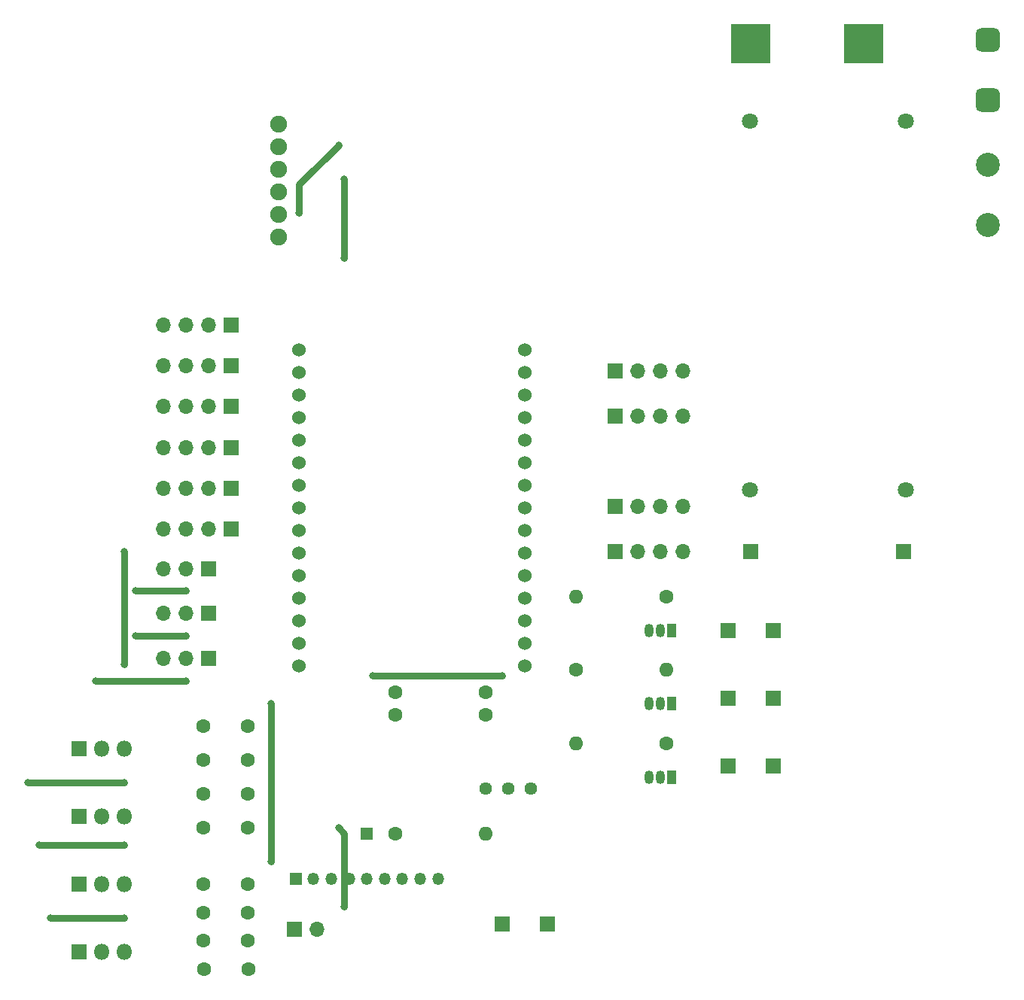
<source format=gbr>
G04 #@! TF.GenerationSoftware,KiCad,Pcbnew,7.0.6*
G04 #@! TF.CreationDate,2023-11-21T10:42:39+01:00*
G04 #@! TF.ProjectId,Mechatron_01,4d656368-6174-4726-9f6e-5f30312e6b69,rev?*
G04 #@! TF.SameCoordinates,Original*
G04 #@! TF.FileFunction,Copper,L1,Top*
G04 #@! TF.FilePolarity,Positive*
%FSLAX46Y46*%
G04 Gerber Fmt 4.6, Leading zero omitted, Abs format (unit mm)*
G04 Created by KiCad (PCBNEW 7.0.6) date 2023-11-21 10:42:39*
%MOMM*%
%LPD*%
G01*
G04 APERTURE LIST*
G04 Aperture macros list*
%AMRoundRect*
0 Rectangle with rounded corners*
0 $1 Rounding radius*
0 $2 $3 $4 $5 $6 $7 $8 $9 X,Y pos of 4 corners*
0 Add a 4 corners polygon primitive as box body*
4,1,4,$2,$3,$4,$5,$6,$7,$8,$9,$2,$3,0*
0 Add four circle primitives for the rounded corners*
1,1,$1+$1,$2,$3*
1,1,$1+$1,$4,$5*
1,1,$1+$1,$6,$7*
1,1,$1+$1,$8,$9*
0 Add four rect primitives between the rounded corners*
20,1,$1+$1,$2,$3,$4,$5,0*
20,1,$1+$1,$4,$5,$6,$7,0*
20,1,$1+$1,$6,$7,$8,$9,0*
20,1,$1+$1,$8,$9,$2,$3,0*%
G04 Aperture macros list end*
G04 #@! TA.AperFunction,ComponentPad*
%ADD10O,1.600000X1.600000*%
G04 #@! TD*
G04 #@! TA.AperFunction,ComponentPad*
%ADD11C,1.600000*%
G04 #@! TD*
G04 #@! TA.AperFunction,ComponentPad*
%ADD12R,1.050000X1.500000*%
G04 #@! TD*
G04 #@! TA.AperFunction,ComponentPad*
%ADD13O,1.050000X1.500000*%
G04 #@! TD*
G04 #@! TA.AperFunction,ComponentPad*
%ADD14R,1.700000X1.700000*%
G04 #@! TD*
G04 #@! TA.AperFunction,ComponentPad*
%ADD15O,1.700000X1.700000*%
G04 #@! TD*
G04 #@! TA.AperFunction,ComponentPad*
%ADD16R,1.800000X1.800000*%
G04 #@! TD*
G04 #@! TA.AperFunction,ComponentPad*
%ADD17O,1.800000X1.800000*%
G04 #@! TD*
G04 #@! TA.AperFunction,ComponentPad*
%ADD18R,4.500000X4.500000*%
G04 #@! TD*
G04 #@! TA.AperFunction,ComponentPad*
%ADD19C,1.524000*%
G04 #@! TD*
G04 #@! TA.AperFunction,ComponentPad*
%ADD20C,1.800000*%
G04 #@! TD*
G04 #@! TA.AperFunction,ComponentPad*
%ADD21RoundRect,0.675000X-0.675000X0.675000X-0.675000X-0.675000X0.675000X-0.675000X0.675000X0.675000X0*%
G04 #@! TD*
G04 #@! TA.AperFunction,ComponentPad*
%ADD22C,2.700000*%
G04 #@! TD*
G04 #@! TA.AperFunction,ComponentPad*
%ADD23R,1.350000X1.350000*%
G04 #@! TD*
G04 #@! TA.AperFunction,ComponentPad*
%ADD24O,1.350000X1.350000*%
G04 #@! TD*
G04 #@! TA.AperFunction,ComponentPad*
%ADD25C,1.440000*%
G04 #@! TD*
G04 #@! TA.AperFunction,ComponentPad*
%ADD26C,1.900000*%
G04 #@! TD*
G04 #@! TA.AperFunction,ViaPad*
%ADD27C,0.800000*%
G04 #@! TD*
G04 #@! TA.AperFunction,Conductor*
%ADD28C,0.800000*%
G04 #@! TD*
G04 APERTURE END LIST*
D10*
X89789000Y-106680000D03*
D11*
X99949000Y-106680000D03*
D10*
X89789000Y-90170000D03*
D11*
X99949000Y-90170000D03*
D10*
X99949000Y-98425000D03*
D11*
X89789000Y-98425000D03*
D12*
X100584000Y-102235000D03*
D13*
X99314000Y-102235000D03*
X98044000Y-102235000D03*
D12*
X100584000Y-93980000D03*
D13*
X99314000Y-93980000D03*
X98044000Y-93980000D03*
D12*
X100584000Y-110490000D03*
D13*
X99314000Y-110490000D03*
X98044000Y-110490000D03*
D14*
X112014000Y-109220000D03*
X112014000Y-101600000D03*
X112014000Y-93980000D03*
X94234000Y-69850000D03*
D15*
X96774000Y-69850000D03*
X99314000Y-69850000D03*
X101854000Y-69850000D03*
D14*
X106934000Y-93980000D03*
X58134000Y-127635000D03*
D15*
X60674000Y-127635000D03*
D14*
X94234000Y-85090000D03*
D15*
X96774000Y-85090000D03*
X99314000Y-85090000D03*
X101854000Y-85090000D03*
D14*
X51054000Y-64178000D03*
D15*
X48514000Y-64178000D03*
X45974000Y-64178000D03*
X43434000Y-64178000D03*
D14*
X94234000Y-80010000D03*
D15*
X96774000Y-80010000D03*
X99314000Y-80010000D03*
X101854000Y-80010000D03*
D16*
X33909000Y-114935000D03*
D17*
X36449000Y-114935000D03*
X38989000Y-114935000D03*
D11*
X47919000Y-125730000D03*
X52919000Y-125730000D03*
D16*
X33909000Y-130175000D03*
D17*
X36449000Y-130175000D03*
X38989000Y-130175000D03*
D11*
X47919000Y-128905000D03*
X52919000Y-128905000D03*
D14*
X48514000Y-87020000D03*
D15*
X45974000Y-87020000D03*
X43434000Y-87020000D03*
D14*
X48514000Y-97105000D03*
D15*
X45974000Y-97105000D03*
X43434000Y-97105000D03*
D11*
X47919000Y-116205000D03*
X52919000Y-116205000D03*
X47959000Y-132080000D03*
X52959000Y-132080000D03*
D14*
X51054000Y-68778000D03*
D15*
X48514000Y-68778000D03*
X45974000Y-68778000D03*
X43434000Y-68778000D03*
D18*
X122174000Y-27940000D03*
D14*
X81534000Y-127000000D03*
X51054000Y-73378000D03*
D15*
X48514000Y-73378000D03*
X45974000Y-73378000D03*
X43434000Y-73378000D03*
D11*
X69469000Y-116840000D03*
D10*
X79629000Y-116840000D03*
D14*
X126619000Y-85090000D03*
D19*
X84074000Y-97960000D03*
X58674000Y-64940000D03*
X58674000Y-67480000D03*
X58674000Y-62400000D03*
X58674000Y-70020000D03*
X58674000Y-72560000D03*
X58674000Y-75100000D03*
X58674000Y-77640000D03*
X58674000Y-80180000D03*
X58674000Y-82720000D03*
X58674000Y-85260000D03*
X58674000Y-87800000D03*
X58674000Y-90340000D03*
X58674000Y-92880000D03*
X84074000Y-92880000D03*
X84074000Y-90340000D03*
X84074000Y-87800000D03*
X84074000Y-85260000D03*
X84074000Y-82720000D03*
X84074000Y-80180000D03*
X84074000Y-77640000D03*
X84074000Y-62400000D03*
X84074000Y-75100000D03*
X84074000Y-64940000D03*
X84074000Y-70020000D03*
X84074000Y-67480000D03*
X84074000Y-72560000D03*
X58674000Y-95420000D03*
X84074000Y-95420000D03*
X58674000Y-97960000D03*
D20*
X126864000Y-36650000D03*
X109364000Y-36650000D03*
X126864000Y-78150000D03*
X109364000Y-78150000D03*
D14*
X106934000Y-109220000D03*
D11*
X47919000Y-122555000D03*
X52919000Y-122555000D03*
X79629000Y-100965000D03*
X79629000Y-103465000D03*
D16*
X33909000Y-122555000D03*
D17*
X36449000Y-122555000D03*
X38989000Y-122555000D03*
D11*
X47919000Y-108585000D03*
X52919000Y-108585000D03*
X47919000Y-104775000D03*
X52919000Y-104775000D03*
D21*
X136144000Y-27530000D03*
X136144000Y-34290000D03*
D22*
X136144000Y-41570000D03*
X136144000Y-48330000D03*
D14*
X51054000Y-59578000D03*
D15*
X48514000Y-59578000D03*
X45974000Y-59578000D03*
X43434000Y-59578000D03*
D14*
X48514000Y-92075000D03*
D15*
X45974000Y-92075000D03*
X43434000Y-92075000D03*
D11*
X47919000Y-112395000D03*
X52919000Y-112395000D03*
X69469000Y-100965000D03*
X69469000Y-103465000D03*
D23*
X66294000Y-116840000D03*
D18*
X109474000Y-27940000D03*
D14*
X51054000Y-82578000D03*
D15*
X48514000Y-82578000D03*
X45974000Y-82578000D03*
X43434000Y-82578000D03*
D14*
X106934000Y-101600000D03*
X86614000Y-127000000D03*
X51054000Y-77978000D03*
D15*
X48514000Y-77978000D03*
X45974000Y-77978000D03*
X43434000Y-77978000D03*
D14*
X109474000Y-85090000D03*
D23*
X58294000Y-121920000D03*
D24*
X60294000Y-121920000D03*
X62294000Y-121920000D03*
X64294000Y-121920000D03*
X66294000Y-121920000D03*
X68294000Y-121920000D03*
X70294000Y-121920000D03*
X72294000Y-121920000D03*
X74294000Y-121920000D03*
D25*
X79629000Y-111760000D03*
X82169000Y-111760000D03*
X84709000Y-111760000D03*
D16*
X33909000Y-107315000D03*
D17*
X36449000Y-107315000D03*
X38989000Y-107315000D03*
D14*
X94244000Y-64745000D03*
D15*
X96784000Y-64745000D03*
X99324000Y-64745000D03*
X101864000Y-64745000D03*
D26*
X56384000Y-49710000D03*
X56384000Y-47170000D03*
X56384000Y-44630000D03*
X56384000Y-42090000D03*
X56384000Y-39550000D03*
X56384000Y-37010000D03*
D27*
X45974000Y-99695000D03*
X35814000Y-99695000D03*
X30734000Y-126365000D03*
X40259000Y-94615000D03*
X45974000Y-94615000D03*
X29464000Y-118110000D03*
X40259000Y-89535000D03*
X45974000Y-89535000D03*
X28194000Y-111125000D03*
X38989000Y-111125000D03*
X38989000Y-118110000D03*
X38989000Y-126365000D03*
X58674000Y-46990000D03*
X63119000Y-39370000D03*
X55499000Y-120015000D03*
X38989000Y-85090000D03*
X38989000Y-97790000D03*
X55499000Y-102235000D03*
X66929000Y-99060000D03*
X81534000Y-99060000D03*
X63754000Y-52070000D03*
X63754000Y-43180000D03*
X63754000Y-125095000D03*
X63119000Y-116205000D03*
D28*
X35814000Y-99695000D02*
X45974000Y-99695000D01*
X29464000Y-118110000D02*
X38989000Y-118110000D01*
X30734000Y-126365000D02*
X38989000Y-126365000D01*
X40259000Y-94615000D02*
X45974000Y-94615000D01*
X40259000Y-89535000D02*
X45974000Y-89535000D01*
X28194000Y-111125000D02*
X38989000Y-111125000D01*
X63119000Y-39370000D02*
X58674000Y-43815000D01*
X58674000Y-43815000D02*
X58674000Y-46990000D01*
X55499000Y-102235000D02*
X55499000Y-120015000D01*
X38989000Y-85090000D02*
X38989000Y-97790000D01*
X66929000Y-99060000D02*
X81534000Y-99060000D01*
X63754000Y-43180000D02*
X63754000Y-52070000D01*
X63754000Y-125095000D02*
X63754000Y-116840000D01*
X63754000Y-116840000D02*
X63119000Y-116205000D01*
M02*

</source>
